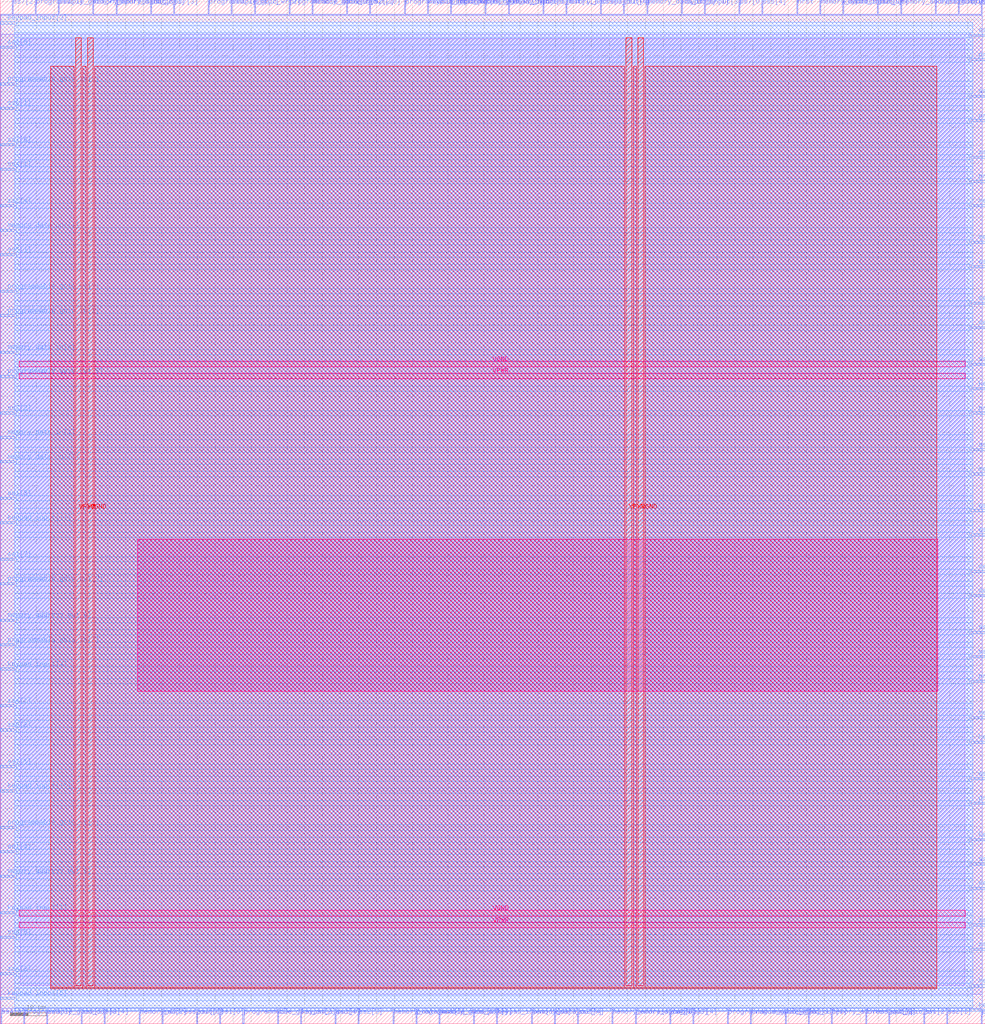
<source format=lef>
VERSION 5.7 ;
  NOWIREEXTENSIONATPIN ON ;
  DIVIDERCHAR "/" ;
  BUSBITCHARS "[]" ;
MACRO z23
  CLASS BLOCK ;
  FOREIGN z23 ;
  ORIGIN 0.000 0.000 ;
  SIZE 274.885 BY 285.605 ;
  PIN VGND
    DIRECTION INOUT ;
    USE GROUND ;
    PORT
      LAYER met4 ;
        RECT 24.340 10.640 25.940 274.960 ;
    END
    PORT
      LAYER met4 ;
        RECT 177.940 10.640 179.540 274.960 ;
    END
    PORT
      LAYER met5 ;
        RECT 5.280 30.030 269.340 31.630 ;
    END
    PORT
      LAYER met5 ;
        RECT 5.280 183.210 269.340 184.810 ;
    END
  END VGND
  PIN VPWR
    DIRECTION INOUT ;
    USE POWER ;
    PORT
      LAYER met4 ;
        RECT 21.040 10.640 22.640 274.960 ;
    END
    PORT
      LAYER met4 ;
        RECT 174.640 10.640 176.240 274.960 ;
    END
    PORT
      LAYER met5 ;
        RECT 5.280 26.730 269.340 28.330 ;
    END
    PORT
      LAYER met5 ;
        RECT 5.280 179.910 269.340 181.510 ;
    END
  END VPWR
  PIN clk
    DIRECTION INPUT ;
    USE SIGNAL ;
    ANTENNAGATEAREA 0.852000 ;
    ANTENNADIFFAREA 0.434700 ;
    PORT
      LAYER met2 ;
        RECT 77.370 0.000 77.650 4.000 ;
    END
  END clk
  PIN interrupt_gpio_in
    DIRECTION INPUT ;
    USE SIGNAL ;
    ANTENNAGATEAREA 0.213000 ;
    PORT
      LAYER met2 ;
        RECT 241.590 0.000 241.870 4.000 ;
    END
  END interrupt_gpio_in
  PIN keypad_input[0]
    DIRECTION INPUT ;
    USE SIGNAL ;
    ANTENNAGATEAREA 0.213000 ;
    PORT
      LAYER met2 ;
        RECT 83.810 0.000 84.090 4.000 ;
    END
  END keypad_input[0]
  PIN keypad_input[10]
    DIRECTION INPUT ;
    USE SIGNAL ;
    ANTENNAGATEAREA 0.213000 ;
    PORT
      LAYER met3 ;
        RECT 270.885 3.440 274.885 4.040 ;
    END
  END keypad_input[10]
  PIN keypad_input[11]
    DIRECTION INPUT ;
    USE SIGNAL ;
    ANTENNAGATEAREA 0.213000 ;
    PORT
      LAYER met3 ;
        RECT 0.000 139.440 4.000 140.040 ;
    END
  END keypad_input[11]
  PIN keypad_input[12]
    DIRECTION INPUT ;
    USE SIGNAL ;
    ANTENNAGATEAREA 0.213000 ;
    PORT
      LAYER met2 ;
        RECT 260.910 281.605 261.190 285.605 ;
    END
  END keypad_input[12]
  PIN keypad_input[13]
    DIRECTION INPUT ;
    USE SIGNAL ;
    ANTENNAGATEAREA 0.159000 ;
    PORT
      LAYER met2 ;
        RECT 138.550 0.000 138.830 4.000 ;
    END
  END keypad_input[13]
  PIN keypad_input[14]
    DIRECTION INPUT ;
    USE SIGNAL ;
    ANTENNAGATEAREA 0.159000 ;
    PORT
      LAYER met3 ;
        RECT 270.885 78.240 274.885 78.840 ;
    END
  END keypad_input[14]
  PIN keypad_input[15]
    DIRECTION INPUT ;
    USE SIGNAL ;
    ANTENNAGATEAREA 0.159000 ;
    PORT
      LAYER met3 ;
        RECT 0.000 64.640 4.000 65.240 ;
    END
  END keypad_input[15]
  PIN keypad_input[1]
    DIRECTION INPUT ;
    USE SIGNAL ;
    ANTENNAGATEAREA 0.213000 ;
    PORT
      LAYER met3 ;
        RECT 0.000 30.640 4.000 31.240 ;
    END
  END keypad_input[1]
  PIN keypad_input[2]
    DIRECTION INPUT ;
    USE SIGNAL ;
    ANTENNAGATEAREA 0.213000 ;
    PORT
      LAYER met3 ;
        RECT 0.000 278.840 4.000 279.440 ;
    END
  END keypad_input[2]
  PIN keypad_input[3]
    DIRECTION INPUT ;
    USE SIGNAL ;
    ANTENNAGATEAREA 0.159000 ;
    PORT
      LAYER met2 ;
        RECT 190.070 281.605 190.350 285.605 ;
    END
  END keypad_input[3]
  PIN keypad_input[4]
    DIRECTION INPUT ;
    USE SIGNAL ;
    ANTENNAGATEAREA 0.126000 ;
    PORT
      LAYER met3 ;
        RECT 0.000 98.640 4.000 99.240 ;
    END
  END keypad_input[4]
  PIN keypad_input[5]
    DIRECTION INPUT ;
    USE SIGNAL ;
    ANTENNAGATEAREA 0.213000 ;
    PORT
      LAYER met3 ;
        RECT 0.000 6.840 4.000 7.440 ;
    END
  END keypad_input[5]
  PIN keypad_input[6]
    DIRECTION INPUT ;
    USE SIGNAL ;
    ANTENNAGATEAREA 0.213000 ;
    PORT
      LAYER met2 ;
        RECT 119.230 281.605 119.510 285.605 ;
    END
  END keypad_input[6]
  PIN keypad_input[7]
    DIRECTION INPUT ;
    USE SIGNAL ;
    ANTENNAGATEAREA 0.159000 ;
    PORT
      LAYER met3 ;
        RECT 270.885 51.040 274.885 51.640 ;
    END
  END keypad_input[7]
  PIN keypad_input[8]
    DIRECTION INPUT ;
    USE SIGNAL ;
    ANTENNAGATEAREA 0.159000 ;
    PORT
      LAYER met3 ;
        RECT 270.885 176.840 274.885 177.440 ;
    END
  END keypad_input[8]
  PIN keypad_input[9]
    DIRECTION INPUT ;
    USE SIGNAL ;
    ANTENNAGATEAREA 0.159000 ;
    PORT
      LAYER met2 ;
        RECT 235.150 281.605 235.430 285.605 ;
    END
  END keypad_input[9]
  PIN memory_address_out[0]
    DIRECTION OUTPUT TRISTATE ;
    USE SIGNAL ;
    ANTENNADIFFAREA 0.795200 ;
    PORT
      LAYER met2 ;
        RECT 267.350 281.605 267.630 285.605 ;
    END
  END memory_address_out[0]
  PIN memory_address_out[10]
    DIRECTION OUTPUT TRISTATE ;
    USE SIGNAL ;
    ANTENNADIFFAREA 0.795200 ;
    PORT
      LAYER met2 ;
        RECT 87.030 281.605 87.310 285.605 ;
    END
  END memory_address_out[10]
  PIN memory_address_out[11]
    DIRECTION OUTPUT TRISTATE ;
    USE SIGNAL ;
    ANTENNADIFFAREA 0.445500 ;
    PORT
      LAYER met2 ;
        RECT 141.770 281.605 142.050 285.605 ;
    END
  END memory_address_out[11]
  PIN memory_address_out[12]
    DIRECTION OUTPUT TRISTATE ;
    USE SIGNAL ;
    ANTENNADIFFAREA 0.445500 ;
    PORT
      LAYER met3 ;
        RECT 270.885 200.640 274.885 201.240 ;
    END
  END memory_address_out[12]
  PIN memory_address_out[13]
    DIRECTION OUTPUT TRISTATE ;
    USE SIGNAL ;
    ANTENNADIFFAREA 0.445500 ;
    PORT
      LAYER met2 ;
        RECT 251.250 281.605 251.530 285.605 ;
    END
  END memory_address_out[13]
  PIN memory_address_out[14]
    DIRECTION OUTPUT TRISTATE ;
    USE SIGNAL ;
    ANTENNADIFFAREA 0.445500 ;
    PORT
      LAYER met3 ;
        RECT 270.885 37.440 274.885 38.040 ;
    END
  END memory_address_out[14]
  PIN memory_address_out[15]
    DIRECTION OUTPUT TRISTATE ;
    USE SIGNAL ;
    ANTENNADIFFAREA 0.795200 ;
    PORT
      LAYER met2 ;
        RECT 228.710 281.605 228.990 285.605 ;
    END
  END memory_address_out[15]
  PIN memory_address_out[1]
    DIRECTION OUTPUT TRISTATE ;
    USE SIGNAL ;
    ANTENNADIFFAREA 0.795200 ;
    PORT
      LAYER met2 ;
        RECT 38.730 0.000 39.010 4.000 ;
    END
  END memory_address_out[1]
  PIN memory_address_out[2]
    DIRECTION OUTPUT TRISTATE ;
    USE SIGNAL ;
    ANTENNADIFFAREA 0.445500 ;
    PORT
      LAYER met3 ;
        RECT 270.885 217.640 274.885 218.240 ;
    END
  END memory_address_out[2]
  PIN memory_address_out[3]
    DIRECTION OUTPUT TRISTATE ;
    USE SIGNAL ;
    ANTENNADIFFAREA 0.795200 ;
    PORT
      LAYER met2 ;
        RECT 25.850 281.605 26.130 285.605 ;
    END
  END memory_address_out[3]
  PIN memory_address_out[4]
    DIRECTION OUTPUT TRISTATE ;
    USE SIGNAL ;
    ANTENNADIFFAREA 0.795200 ;
    PORT
      LAYER met2 ;
        RECT 157.870 281.605 158.150 285.605 ;
    END
  END memory_address_out[4]
  PIN memory_address_out[5]
    DIRECTION OUTPUT TRISTATE ;
    USE SIGNAL ;
    ANTENNADIFFAREA 0.795200 ;
    PORT
      LAYER met3 ;
        RECT 0.000 40.840 4.000 41.440 ;
    END
  END memory_address_out[5]
  PIN memory_address_out[6]
    DIRECTION OUTPUT TRISTATE ;
    USE SIGNAL ;
    ANTENNADIFFAREA 0.795200 ;
    PORT
      LAYER met2 ;
        RECT 170.750 0.000 171.030 4.000 ;
    END
  END memory_address_out[6]
  PIN memory_address_out[7]
    DIRECTION OUTPUT TRISTATE ;
    USE SIGNAL ;
    ANTENNADIFFAREA 0.445500 ;
    PORT
      LAYER met3 ;
        RECT 270.885 85.040 274.885 85.640 ;
    END
  END memory_address_out[7]
  PIN memory_address_out[8]
    DIRECTION OUTPUT TRISTATE ;
    USE SIGNAL ;
    ANTENNADIFFAREA 0.795200 ;
    PORT
      LAYER met3 ;
        RECT 0.000 112.240 4.000 112.840 ;
    END
  END memory_address_out[8]
  PIN memory_address_out[9]
    DIRECTION OUTPUT TRISTATE ;
    USE SIGNAL ;
    ANTENNADIFFAREA 0.795200 ;
    PORT
      LAYER met2 ;
        RECT 231.930 0.000 232.210 4.000 ;
    END
  END memory_address_out[9]
  PIN memory_data_in[0]
    DIRECTION INPUT ;
    USE SIGNAL ;
    ANTENNAGATEAREA 0.213000 ;
    PORT
      LAYER met3 ;
        RECT 270.885 125.840 274.885 126.440 ;
    END
  END memory_data_in[0]
  PIN memory_data_in[1]
    DIRECTION INPUT ;
    USE SIGNAL ;
    ANTENNAGATEAREA 0.126000 ;
    PORT
      LAYER met3 ;
        RECT 0.000 163.240 4.000 163.840 ;
    END
  END memory_data_in[1]
  PIN memory_data_in[2]
    DIRECTION INPUT ;
    USE SIGNAL ;
    ANTENNAGATEAREA 0.159000 ;
    PORT
      LAYER met2 ;
        RECT 122.450 0.000 122.730 4.000 ;
    END
  END memory_data_in[2]
  PIN memory_data_in[3]
    DIRECTION INPUT ;
    USE SIGNAL ;
    ANTENNAGATEAREA 0.126000 ;
    PORT
      LAYER met2 ;
        RECT 32.290 281.605 32.570 285.605 ;
    END
  END memory_data_in[3]
  PIN memory_data_in[4]
    DIRECTION INPUT ;
    USE SIGNAL ;
    ANTENNAGATEAREA 0.126000 ;
    PORT
      LAYER met3 ;
        RECT 0.000 187.040 4.000 187.640 ;
    END
  END memory_data_in[4]
  PIN memory_data_in[5]
    DIRECTION INPUT ;
    USE SIGNAL ;
    ANTENNAGATEAREA 0.196500 ;
    PORT
      LAYER met2 ;
        RECT 180.410 281.605 180.690 285.605 ;
    END
  END memory_data_in[5]
  PIN memory_data_in[6]
    DIRECTION INPUT ;
    USE SIGNAL ;
    ANTENNAGATEAREA 0.196500 ;
    PORT
      LAYER met2 ;
        RECT 135.330 281.605 135.610 285.605 ;
    END
  END memory_data_in[6]
  PIN memory_data_in[7]
    DIRECTION INPUT ;
    USE SIGNAL ;
    ANTENNAGATEAREA 0.213000 ;
    PORT
      LAYER met3 ;
        RECT 270.885 193.840 274.885 194.440 ;
    END
  END memory_data_in[7]
  PIN memory_data_out[0]
    DIRECTION OUTPUT TRISTATE ;
    USE SIGNAL ;
    ANTENNADIFFAREA 0.795200 ;
    PORT
      LAYER met3 ;
        RECT 270.885 227.840 274.885 228.440 ;
    END
  END memory_data_out[0]
  PIN memory_data_out[1]
    DIRECTION OUTPUT TRISTATE ;
    USE SIGNAL ;
    ANTENNADIFFAREA 0.795200 ;
    PORT
      LAYER met3 ;
        RECT 0.000 221.040 4.000 221.640 ;
    END
  END memory_data_out[1]
  PIN memory_data_out[2]
    DIRECTION OUTPUT TRISTATE ;
    USE SIGNAL ;
    ANTENNADIFFAREA 0.445500 ;
    PORT
      LAYER met3 ;
        RECT 270.885 119.040 274.885 119.640 ;
    END
  END memory_data_out[2]
  PIN memory_data_out[3]
    DIRECTION OUTPUT TRISTATE ;
    USE SIGNAL ;
    ANTENNADIFFAREA 0.795200 ;
    PORT
      LAYER met2 ;
        RECT 177.190 0.000 177.470 4.000 ;
    END
  END memory_data_out[3]
  PIN memory_data_out[4]
    DIRECTION OUTPUT TRISTATE ;
    USE SIGNAL ;
    ANTENNADIFFAREA 0.795200 ;
    PORT
      LAYER met2 ;
        RECT 148.210 0.000 148.490 4.000 ;
    END
  END memory_data_out[4]
  PIN memory_data_out[5]
    DIRECTION OUTPUT TRISTATE ;
    USE SIGNAL ;
    ANTENNADIFFAREA 0.795200 ;
    PORT
      LAYER met2 ;
        RECT 109.570 0.000 109.850 4.000 ;
    END
  END memory_data_out[5]
  PIN memory_data_out[6]
    DIRECTION OUTPUT TRISTATE ;
    USE SIGNAL ;
    ANTENNADIFFAREA 0.445500 ;
    PORT
      LAYER met3 ;
        RECT 270.885 10.240 274.885 10.840 ;
    END
  END memory_data_out[6]
  PIN memory_data_out[7]
    DIRECTION OUTPUT TRISTATE ;
    USE SIGNAL ;
    ANTENNADIFFAREA 0.795200 ;
    PORT
      LAYER met3 ;
        RECT 0.000 156.440 4.000 157.040 ;
    END
  END memory_data_out[7]
  PIN memory_wr
    DIRECTION OUTPUT TRISTATE ;
    USE SIGNAL ;
    ANTENNADIFFAREA 0.445500 ;
    PORT
      LAYER met3 ;
        RECT 270.885 153.040 274.885 153.640 ;
    END
  END memory_wr
  PIN nrst
    DIRECTION INPUT ;
    USE SIGNAL ;
    ANTENNAGATEAREA 0.213000 ;
    PORT
      LAYER met2 ;
        RECT 222.270 281.605 222.550 285.605 ;
    END
  END nrst
  PIN programmable_gpio_in[0]
    DIRECTION INPUT ;
    USE SIGNAL ;
    ANTENNAGATEAREA 0.213000 ;
    PORT
      LAYER met3 ;
        RECT 0.000 261.840 4.000 262.440 ;
    END
  END programmable_gpio_in[0]
  PIN programmable_gpio_in[1]
    DIRECTION INPUT ;
    USE SIGNAL ;
    ANTENNAGATEAREA 0.196500 ;
    PORT
      LAYER met3 ;
        RECT 0.000 197.240 4.000 197.840 ;
    END
  END programmable_gpio_in[1]
  PIN programmable_gpio_in[2]
    DIRECTION INPUT ;
    USE SIGNAL ;
    ANTENNAGATEAREA 0.213000 ;
    PORT
      LAYER met2 ;
        RECT 67.710 0.000 67.990 4.000 ;
    END
  END programmable_gpio_in[2]
  PIN programmable_gpio_in[3]
    DIRECTION INPUT ;
    USE SIGNAL ;
    ANTENNAGATEAREA 0.159000 ;
    PORT
      LAYER met3 ;
        RECT 270.885 251.640 274.885 252.240 ;
    END
  END programmable_gpio_in[3]
  PIN programmable_gpio_in[4]
    DIRECTION INPUT ;
    USE SIGNAL ;
    ANTENNAGATEAREA 0.159000 ;
    PORT
      LAYER met3 ;
        RECT 270.885 95.240 274.885 95.840 ;
    END
  END programmable_gpio_in[4]
  PIN programmable_gpio_in[5]
    DIRECTION INPUT ;
    USE SIGNAL ;
    ANTENNAGATEAREA 0.126000 ;
    PORT
      LAYER met2 ;
        RECT 80.590 281.605 80.870 285.605 ;
    END
  END programmable_gpio_in[5]
  PIN programmable_gpio_in[6]
    DIRECTION INPUT ;
    USE SIGNAL ;
    ANTENNAGATEAREA 0.213000 ;
    PORT
      LAYER met2 ;
        RECT 273.790 0.000 274.070 4.000 ;
    END
  END programmable_gpio_in[6]
  PIN programmable_gpio_in[7]
    DIRECTION INPUT ;
    USE SIGNAL ;
    ANTENNAGATEAREA 0.126000 ;
    PORT
      LAYER met3 ;
        RECT 0.000 105.440 4.000 106.040 ;
    END
  END programmable_gpio_in[7]
  PIN programmable_gpio_out[0]
    DIRECTION OUTPUT TRISTATE ;
    USE SIGNAL ;
    ANTENNADIFFAREA 0.445500 ;
    PORT
      LAYER met2 ;
        RECT 112.790 281.605 113.070 285.605 ;
    END
  END programmable_gpio_out[0]
  PIN programmable_gpio_out[1]
    DIRECTION OUTPUT TRISTATE ;
    USE SIGNAL ;
    ANTENNADIFFAREA 0.795200 ;
    PORT
      LAYER met2 ;
        RECT 209.390 0.000 209.670 4.000 ;
    END
  END programmable_gpio_out[1]
  PIN programmable_gpio_out[2]
    DIRECTION OUTPUT TRISTATE ;
    USE SIGNAL ;
    ANTENNADIFFAREA 0.795200 ;
    PORT
      LAYER met3 ;
        RECT 270.885 234.640 274.885 235.240 ;
    END
  END programmable_gpio_out[2]
  PIN programmable_gpio_out[3]
    DIRECTION OUTPUT TRISTATE ;
    USE SIGNAL ;
    ANTENNADIFFAREA 0.445500 ;
    PORT
      LAYER met3 ;
        RECT 270.885 61.240 274.885 61.840 ;
    END
  END programmable_gpio_out[3]
  PIN programmable_gpio_out[4]
    DIRECTION OUTPUT TRISTATE ;
    USE SIGNAL ;
    ANTENNADIFFAREA 0.795200 ;
    PORT
      LAYER met2 ;
        RECT 116.010 0.000 116.290 4.000 ;
    END
  END programmable_gpio_out[4]
  PIN programmable_gpio_out[5]
    DIRECTION OUTPUT TRISTATE ;
    USE SIGNAL ;
    ANTENNADIFFAREA 0.795200 ;
    PORT
      LAYER met3 ;
        RECT 0.000 180.240 4.000 180.840 ;
    END
  END programmable_gpio_out[5]
  PIN programmable_gpio_out[6]
    DIRECTION OUTPUT TRISTATE ;
    USE SIGNAL ;
    ANTENNADIFFAREA 0.795200 ;
    PORT
      LAYER met2 ;
        RECT 6.530 0.000 6.810 4.000 ;
    END
  END programmable_gpio_out[6]
  PIN programmable_gpio_out[7]
    DIRECTION OUTPUT TRISTATE ;
    USE SIGNAL ;
    ANTENNADIFFAREA 0.795200 ;
    PORT
      LAYER met3 ;
        RECT 0.000 122.440 4.000 123.040 ;
    END
  END programmable_gpio_out[7]
  PIN programmable_gpio_wr[0]
    DIRECTION OUTPUT TRISTATE ;
    USE SIGNAL ;
    ANTENNADIFFAREA 0.795200 ;
    PORT
      LAYER met2 ;
        RECT 202.950 0.000 203.230 4.000 ;
    END
  END programmable_gpio_wr[0]
  PIN programmable_gpio_wr[1]
    DIRECTION OUTPUT TRISTATE ;
    USE SIGNAL ;
    ANTENNADIFFAREA 0.795200 ;
    PORT
      LAYER met3 ;
        RECT 270.885 170.040 274.885 170.640 ;
    END
  END programmable_gpio_wr[1]
  PIN programmable_gpio_wr[2]
    DIRECTION OUTPUT TRISTATE ;
    USE SIGNAL ;
    ANTENNADIFFAREA 0.445500 ;
    PORT
      LAYER met2 ;
        RECT 58.050 281.605 58.330 285.605 ;
    END
  END programmable_gpio_wr[2]
  PIN programmable_gpio_wr[3]
    DIRECTION OUTPUT TRISTATE ;
    USE SIGNAL ;
    ANTENNADIFFAREA 0.795200 ;
    PORT
      LAYER met3 ;
        RECT 0.000 54.440 4.000 55.040 ;
    END
  END programmable_gpio_wr[3]
  PIN programmable_gpio_wr[4]
    DIRECTION OUTPUT TRISTATE ;
    USE SIGNAL ;
    ANTENNADIFFAREA 0.445500 ;
    PORT
      LAYER met3 ;
        RECT 270.885 268.640 274.885 269.240 ;
    END
  END programmable_gpio_wr[4]
  PIN programmable_gpio_wr[5]
    DIRECTION OUTPUT TRISTATE ;
    USE SIGNAL ;
    ANTENNADIFFAREA 0.445500 ;
    PORT
      LAYER met2 ;
        RECT 125.670 281.605 125.950 285.605 ;
    END
  END programmable_gpio_wr[5]
  PIN programmable_gpio_wr[6]
    DIRECTION OUTPUT TRISTATE ;
    USE SIGNAL ;
    ANTENNADIFFAREA 0.445500 ;
    PORT
      LAYER met2 ;
        RECT 9.750 281.605 10.030 285.605 ;
    END
  END programmable_gpio_wr[6]
  PIN programmable_gpio_wr[7]
    DIRECTION OUTPUT TRISTATE ;
    USE SIGNAL ;
    ANTENNADIFFAREA 0.795200 ;
    PORT
      LAYER met3 ;
        RECT 0.000 204.040 4.000 204.640 ;
    END
  END programmable_gpio_wr[7]
  PIN ss0[0]
    DIRECTION OUTPUT TRISTATE ;
    USE SIGNAL ;
    ANTENNADIFFAREA 0.795200 ;
    PORT
      LAYER met2 ;
        RECT 96.690 281.605 96.970 285.605 ;
    END
  END ss0[0]
  PIN ss0[1]
    DIRECTION OUTPUT TRISTATE ;
    USE SIGNAL ;
    ANTENNADIFFAREA 0.795200 ;
    PORT
      LAYER met2 ;
        RECT 64.490 281.605 64.770 285.605 ;
    END
  END ss0[1]
  PIN ss0[2]
    DIRECTION OUTPUT TRISTATE ;
    USE SIGNAL ;
    ANTENNADIFFAREA 0.795200 ;
    PORT
      LAYER met2 ;
        RECT 41.950 281.605 42.230 285.605 ;
    END
  END ss0[2]
  PIN ss0[3]
    DIRECTION OUTPUT TRISTATE ;
    USE SIGNAL ;
    ANTENNADIFFAREA 0.795200 ;
    PORT
      LAYER met3 ;
        RECT 270.885 102.040 274.885 102.640 ;
    END
  END ss0[3]
  PIN ss0[4]
    DIRECTION OUTPUT TRISTATE ;
    USE SIGNAL ;
    ANTENNADIFFAREA 0.795200 ;
    PORT
      LAYER met3 ;
        RECT 270.885 275.440 274.885 276.040 ;
    END
  END ss0[4]
  PIN ss0[5]
    DIRECTION OUTPUT TRISTATE ;
    USE SIGNAL ;
    ANTENNADIFFAREA 0.795200 ;
    PORT
      LAYER met2 ;
        RECT 22.630 0.000 22.910 4.000 ;
    END
  END ss0[5]
  PIN ss0[6]
    DIRECTION OUTPUT TRISTATE ;
    USE SIGNAL ;
    ANTENNADIFFAREA 0.795200 ;
    PORT
      LAYER met3 ;
        RECT 270.885 20.440 274.885 21.040 ;
    END
  END ss0[6]
  PIN ss0[7]
    DIRECTION OUTPUT TRISTATE ;
    USE SIGNAL ;
    ANTENNADIFFAREA 0.445500 ;
    PORT
      LAYER met3 ;
        RECT 270.885 108.840 274.885 109.440 ;
    END
  END ss0[7]
  PIN ss1[0]
    DIRECTION OUTPUT TRISTATE ;
    USE SIGNAL ;
    ANTENNADIFFAREA 0.445500 ;
    PORT
      LAYER met2 ;
        RECT 173.970 281.605 174.250 285.605 ;
    END
  END ss1[0]
  PIN ss1[1]
    DIRECTION OUTPUT TRISTATE ;
    USE SIGNAL ;
    ANTENNADIFFAREA 0.795200 ;
    PORT
      LAYER met2 ;
        RECT 16.190 281.605 16.470 285.605 ;
    END
  END ss1[1]
  PIN ss1[2]
    DIRECTION OUTPUT TRISTATE ;
    USE SIGNAL ;
    ANTENNADIFFAREA 0.795200 ;
    PORT
      LAYER met2 ;
        RECT 257.690 0.000 257.970 4.000 ;
    END
  END ss1[2]
  PIN ss1[3]
    DIRECTION OUTPUT TRISTATE ;
    USE SIGNAL ;
    ANTENNADIFFAREA 0.795200 ;
    PORT
      LAYER met3 ;
        RECT 0.000 146.240 4.000 146.840 ;
    END
  END ss1[3]
  PIN ss1[4]
    DIRECTION OUTPUT TRISTATE ;
    USE SIGNAL ;
    ANTENNADIFFAREA 0.795200 ;
    PORT
      LAYER met3 ;
        RECT 0.000 47.640 4.000 48.240 ;
    END
  END ss1[4]
  PIN ss1[5]
    DIRECTION OUTPUT TRISTATE ;
    USE SIGNAL ;
    ANTENNADIFFAREA 0.795200 ;
    PORT
      LAYER met2 ;
        RECT 273.790 281.605 274.070 285.605 ;
    END
  END ss1[5]
  PIN ss1[6]
    DIRECTION OUTPUT TRISTATE ;
    USE SIGNAL ;
    ANTENNADIFFAREA 0.795200 ;
    PORT
      LAYER met2 ;
        RECT 61.270 0.000 61.550 4.000 ;
    END
  END ss1[6]
  PIN ss1[7]
    DIRECTION OUTPUT TRISTATE ;
    USE SIGNAL ;
    ANTENNADIFFAREA 0.795200 ;
    PORT
      LAYER met3 ;
        RECT 0.000 129.240 4.000 129.840 ;
    END
  END ss1[7]
  PIN ss2[0]
    DIRECTION OUTPUT TRISTATE ;
    USE SIGNAL ;
    ANTENNADIFFAREA 0.795200 ;
    PORT
      LAYER met2 ;
        RECT 161.090 0.000 161.370 4.000 ;
    END
  END ss2[0]
  PIN ss2[1]
    DIRECTION OUTPUT TRISTATE ;
    USE SIGNAL ;
    ANTENNADIFFAREA 0.795200 ;
    PORT
      LAYER met2 ;
        RECT 264.130 0.000 264.410 4.000 ;
    END
  END ss2[1]
  PIN ss2[2]
    DIRECTION OUTPUT TRISTATE ;
    USE SIGNAL ;
    ANTENNADIFFAREA 0.795200 ;
    PORT
      LAYER met2 ;
        RECT 103.130 281.605 103.410 285.605 ;
    END
  END ss2[2]
  PIN ss2[3]
    DIRECTION OUTPUT TRISTATE ;
    USE SIGNAL ;
    ANTENNADIFFAREA 0.795200 ;
    PORT
      LAYER met2 ;
        RECT 219.050 0.000 219.330 4.000 ;
    END
  END ss2[3]
  PIN ss2[4]
    DIRECTION OUTPUT TRISTATE ;
    USE SIGNAL ;
    ANTENNADIFFAREA 0.795200 ;
    PORT
      LAYER met2 ;
        RECT 29.070 0.000 29.350 4.000 ;
    END
  END ss2[4]
  PIN ss2[5]
    DIRECTION OUTPUT TRISTATE ;
    USE SIGNAL ;
    ANTENNADIFFAREA 0.795200 ;
    PORT
      LAYER met2 ;
        RECT 99.910 0.000 100.190 4.000 ;
    END
  END ss2[5]
  PIN ss2[6]
    DIRECTION OUTPUT TRISTATE ;
    USE SIGNAL ;
    ANTENNADIFFAREA 0.795200 ;
    PORT
      LAYER met3 ;
        RECT 270.885 27.240 274.885 27.840 ;
    END
  END ss2[6]
  PIN ss2[7]
    DIRECTION OUTPUT TRISTATE ;
    USE SIGNAL ;
    ANTENNADIFFAREA 0.445500 ;
    PORT
      LAYER met3 ;
        RECT 270.885 210.840 274.885 211.440 ;
    END
  END ss2[7]
  PIN ss3[0]
    DIRECTION OUTPUT TRISTATE ;
    USE SIGNAL ;
    ANTENNADIFFAREA 0.445500 ;
    PORT
      LAYER met3 ;
        RECT 270.885 142.840 274.885 143.440 ;
    END
  END ss3[0]
  PIN ss3[1]
    DIRECTION OUTPUT TRISTATE ;
    USE SIGNAL ;
    ANTENNADIFFAREA 0.795200 ;
    PORT
      LAYER met2 ;
        RECT 225.490 0.000 225.770 4.000 ;
    END
  END ss3[1]
  PIN ss3[2]
    DIRECTION OUTPUT TRISTATE ;
    USE SIGNAL ;
    ANTENNADIFFAREA 0.795200 ;
    PORT
      LAYER met3 ;
        RECT 0.000 170.040 4.000 170.640 ;
    END
  END ss3[2]
  PIN ss3[3]
    DIRECTION OUTPUT TRISTATE ;
    USE SIGNAL ;
    ANTENNADIFFAREA 0.445500 ;
    PORT
      LAYER met3 ;
        RECT 270.885 68.040 274.885 68.640 ;
    END
  END ss3[3]
  PIN ss3[4]
    DIRECTION OUTPUT TRISTATE ;
    USE SIGNAL ;
    ANTENNADIFFAREA 0.795200 ;
    PORT
      LAYER met3 ;
        RECT 0.000 227.840 4.000 228.440 ;
    END
  END ss3[4]
  PIN ss3[5]
    DIRECTION OUTPUT TRISTATE ;
    USE SIGNAL ;
    ANTENNADIFFAREA 0.445500 ;
    PORT
      LAYER met3 ;
        RECT 270.885 159.840 274.885 160.440 ;
    END
  END ss3[5]
  PIN ss3[6]
    DIRECTION OUTPUT TRISTATE ;
    USE SIGNAL ;
    ANTENNADIFFAREA 0.445500 ;
    PORT
      LAYER met3 ;
        RECT 270.885 241.440 274.885 242.040 ;
    END
  END ss3[6]
  PIN ss3[7]
    DIRECTION OUTPUT TRISTATE ;
    USE SIGNAL ;
    ANTENNADIFFAREA 0.795200 ;
    PORT
      LAYER met2 ;
        RECT 248.030 0.000 248.310 4.000 ;
    END
  END ss3[7]
  PIN ss4[0]
    DIRECTION OUTPUT TRISTATE ;
    USE SIGNAL ;
    ANTENNADIFFAREA 0.445500 ;
    PORT
      LAYER met3 ;
        RECT 270.885 258.440 274.885 259.040 ;
    END
  END ss4[0]
  PIN ss4[1]
    DIRECTION OUTPUT TRISTATE ;
    USE SIGNAL ;
    ANTENNADIFFAREA 0.795200 ;
    PORT
      LAYER met3 ;
        RECT 0.000 238.040 4.000 238.640 ;
    END
  END ss4[1]
  PIN ss4[2]
    DIRECTION OUTPUT TRISTATE ;
    USE SIGNAL ;
    ANTENNADIFFAREA 0.795200 ;
    PORT
      LAYER met3 ;
        RECT 0.000 13.640 4.000 14.240 ;
    END
  END ss4[2]
  PIN ss4[3]
    DIRECTION OUTPUT TRISTATE ;
    USE SIGNAL ;
    ANTENNADIFFAREA 0.795200 ;
    PORT
      LAYER met3 ;
        RECT 0.000 88.440 4.000 89.040 ;
    END
  END ss4[3]
  PIN ss4[4]
    DIRECTION OUTPUT TRISTATE ;
    USE SIGNAL ;
    ANTENNADIFFAREA 0.795200 ;
    PORT
      LAYER met2 ;
        RECT 0.090 0.000 0.370 4.000 ;
    END
  END ss4[4]
  PIN ss4[5]
    DIRECTION OUTPUT TRISTATE ;
    USE SIGNAL ;
    ANTENNADIFFAREA 0.795200 ;
    PORT
      LAYER met2 ;
        RECT 186.850 0.000 187.130 4.000 ;
    END
  END ss4[5]
  PIN ss4[6]
    DIRECTION OUTPUT TRISTATE ;
    USE SIGNAL ;
    ANTENNADIFFAREA 0.795200 ;
    PORT
      LAYER met3 ;
        RECT 0.000 272.040 4.000 272.640 ;
    END
  END ss4[6]
  PIN ss4[7]
    DIRECTION OUTPUT TRISTATE ;
    USE SIGNAL ;
    ANTENNADIFFAREA 0.445500 ;
    PORT
      LAYER met2 ;
        RECT 70.930 281.605 71.210 285.605 ;
    END
  END ss4[7]
  PIN ss5[0]
    DIRECTION OUTPUT TRISTATE ;
    USE SIGNAL ;
    ANTENNADIFFAREA 0.795200 ;
    PORT
      LAYER met2 ;
        RECT 167.530 281.605 167.810 285.605 ;
    END
  END ss5[0]
  PIN ss5[1]
    DIRECTION OUTPUT TRISTATE ;
    USE SIGNAL ;
    ANTENNADIFFAREA 0.795200 ;
    PORT
      LAYER met3 ;
        RECT 0.000 214.240 4.000 214.840 ;
    END
  END ss5[1]
  PIN ss5[2]
    DIRECTION OUTPUT TRISTATE ;
    USE SIGNAL ;
    ANTENNADIFFAREA 0.795200 ;
    PORT
      LAYER met2 ;
        RECT 45.170 0.000 45.450 4.000 ;
    END
  END ss5[2]
  PIN ss5[3]
    DIRECTION OUTPUT TRISTATE ;
    USE SIGNAL ;
    ANTENNADIFFAREA 0.795200 ;
    PORT
      LAYER met2 ;
        RECT 12.970 0.000 13.250 4.000 ;
    END
  END ss5[3]
  PIN ss5[4]
    DIRECTION OUTPUT TRISTATE ;
    USE SIGNAL ;
    ANTENNADIFFAREA 0.795200 ;
    PORT
      LAYER met2 ;
        RECT 212.610 281.605 212.890 285.605 ;
    END
  END ss5[4]
  PIN ss5[5]
    DIRECTION OUTPUT TRISTATE ;
    USE SIGNAL ;
    ANTENNADIFFAREA 0.795200 ;
    PORT
      LAYER met2 ;
        RECT 151.430 281.605 151.710 285.605 ;
    END
  END ss5[5]
  PIN ss5[6]
    DIRECTION OUTPUT TRISTATE ;
    USE SIGNAL ;
    ANTENNADIFFAREA 0.795200 ;
    PORT
      LAYER met2 ;
        RECT 132.110 0.000 132.390 4.000 ;
    END
  END ss5[6]
  PIN ss5[7]
    DIRECTION OUTPUT TRISTATE ;
    USE SIGNAL ;
    ANTENNADIFFAREA 0.445500 ;
    PORT
      LAYER met2 ;
        RECT 244.810 281.605 245.090 285.605 ;
    END
  END ss5[7]
  PIN ss6[0]
    DIRECTION OUTPUT TRISTATE ;
    USE SIGNAL ;
    ANTENNADIFFAREA 0.445500 ;
    PORT
      LAYER met3 ;
        RECT 270.885 44.240 274.885 44.840 ;
    END
  END ss6[0]
  PIN ss6[1]
    DIRECTION OUTPUT TRISTATE ;
    USE SIGNAL ;
    ANTENNADIFFAREA 0.795200 ;
    PORT
      LAYER met3 ;
        RECT 0.000 255.040 4.000 255.640 ;
    END
  END ss6[1]
  PIN ss6[2]
    DIRECTION OUTPUT TRISTATE ;
    USE SIGNAL ;
    ANTENNADIFFAREA 0.795200 ;
    PORT
      LAYER met3 ;
        RECT 0.000 81.640 4.000 82.240 ;
    END
  END ss6[2]
  PIN ss6[3]
    DIRECTION OUTPUT TRISTATE ;
    USE SIGNAL ;
    ANTENNADIFFAREA 0.795200 ;
    PORT
      LAYER met2 ;
        RECT 54.830 0.000 55.110 4.000 ;
    END
  END ss6[3]
  PIN ss6[4]
    DIRECTION OUTPUT TRISTATE ;
    USE SIGNAL ;
    ANTENNADIFFAREA 0.795200 ;
    PORT
      LAYER met2 ;
        RECT 93.470 0.000 93.750 4.000 ;
    END
  END ss6[4]
  PIN ss6[5]
    DIRECTION OUTPUT TRISTATE ;
    USE SIGNAL ;
    ANTENNADIFFAREA 0.795200 ;
    PORT
      LAYER met3 ;
        RECT 0.000 23.840 4.000 24.440 ;
    END
  END ss6[5]
  PIN ss6[6]
    DIRECTION OUTPUT TRISTATE ;
    USE SIGNAL ;
    ANTENNADIFFAREA 0.445500 ;
    PORT
      LAYER met3 ;
        RECT 270.885 183.640 274.885 184.240 ;
    END
  END ss6[6]
  PIN ss6[7]
    DIRECTION OUTPUT TRISTATE ;
    USE SIGNAL ;
    ANTENNADIFFAREA 0.795200 ;
    PORT
      LAYER met2 ;
        RECT 154.650 0.000 154.930 4.000 ;
    END
  END ss6[7]
  PIN ss7[0]
    DIRECTION OUTPUT TRISTATE ;
    USE SIGNAL ;
    ANTENNADIFFAREA 0.795200 ;
    PORT
      LAYER met2 ;
        RECT 206.170 281.605 206.450 285.605 ;
    END
  END ss7[0]
  PIN ss7[1]
    DIRECTION OUTPUT TRISTATE ;
    USE SIGNAL ;
    ANTENNADIFFAREA 0.795200 ;
    PORT
      LAYER met2 ;
        RECT 196.510 281.605 196.790 285.605 ;
    END
  END ss7[1]
  PIN ss7[2]
    DIRECTION OUTPUT TRISTATE ;
    USE SIGNAL ;
    ANTENNADIFFAREA 0.795200 ;
    PORT
      LAYER met2 ;
        RECT 3.310 281.605 3.590 285.605 ;
    END
  END ss7[2]
  PIN ss7[3]
    DIRECTION OUTPUT TRISTATE ;
    USE SIGNAL ;
    ANTENNADIFFAREA 0.795200 ;
    PORT
      LAYER met2 ;
        RECT 48.390 281.605 48.670 285.605 ;
    END
  END ss7[3]
  PIN ss7[4]
    DIRECTION OUTPUT TRISTATE ;
    USE SIGNAL ;
    ANTENNADIFFAREA 0.795200 ;
    PORT
      LAYER met2 ;
        RECT 193.290 0.000 193.570 4.000 ;
    END
  END ss7[4]
  PIN ss7[5]
    DIRECTION OUTPUT TRISTATE ;
    USE SIGNAL ;
    ANTENNADIFFAREA 0.795200 ;
    PORT
      LAYER met3 ;
        RECT 0.000 71.440 4.000 72.040 ;
    END
  END ss7[5]
  PIN ss7[6]
    DIRECTION OUTPUT TRISTATE ;
    USE SIGNAL ;
    ANTENNADIFFAREA 0.795200 ;
    PORT
      LAYER met3 ;
        RECT 0.000 244.840 4.000 245.440 ;
    END
  END ss7[6]
  PIN ss7[7]
    DIRECTION OUTPUT TRISTATE ;
    USE SIGNAL ;
    ANTENNADIFFAREA 0.795200 ;
    PORT
      LAYER met3 ;
        RECT 270.885 136.040 274.885 136.640 ;
    END
  END ss7[7]
  OBS
      LAYER li1 ;
        RECT 5.520 10.795 269.100 274.805 ;
      LAYER met1 ;
        RECT 0.070 8.200 274.090 276.040 ;
      LAYER met2 ;
        RECT 0.100 281.325 3.030 281.605 ;
        RECT 3.870 281.325 9.470 281.605 ;
        RECT 10.310 281.325 15.910 281.605 ;
        RECT 16.750 281.325 25.570 281.605 ;
        RECT 26.410 281.325 32.010 281.605 ;
        RECT 32.850 281.325 41.670 281.605 ;
        RECT 42.510 281.325 48.110 281.605 ;
        RECT 48.950 281.325 57.770 281.605 ;
        RECT 58.610 281.325 64.210 281.605 ;
        RECT 65.050 281.325 70.650 281.605 ;
        RECT 71.490 281.325 80.310 281.605 ;
        RECT 81.150 281.325 86.750 281.605 ;
        RECT 87.590 281.325 96.410 281.605 ;
        RECT 97.250 281.325 102.850 281.605 ;
        RECT 103.690 281.325 112.510 281.605 ;
        RECT 113.350 281.325 118.950 281.605 ;
        RECT 119.790 281.325 125.390 281.605 ;
        RECT 126.230 281.325 135.050 281.605 ;
        RECT 135.890 281.325 141.490 281.605 ;
        RECT 142.330 281.325 151.150 281.605 ;
        RECT 151.990 281.325 157.590 281.605 ;
        RECT 158.430 281.325 167.250 281.605 ;
        RECT 168.090 281.325 173.690 281.605 ;
        RECT 174.530 281.325 180.130 281.605 ;
        RECT 180.970 281.325 189.790 281.605 ;
        RECT 190.630 281.325 196.230 281.605 ;
        RECT 197.070 281.325 205.890 281.605 ;
        RECT 206.730 281.325 212.330 281.605 ;
        RECT 213.170 281.325 221.990 281.605 ;
        RECT 222.830 281.325 228.430 281.605 ;
        RECT 229.270 281.325 234.870 281.605 ;
        RECT 235.710 281.325 244.530 281.605 ;
        RECT 245.370 281.325 250.970 281.605 ;
        RECT 251.810 281.325 260.630 281.605 ;
        RECT 261.470 281.325 267.070 281.605 ;
        RECT 267.910 281.325 273.510 281.605 ;
        RECT 0.100 4.280 274.060 281.325 ;
        RECT 0.650 3.555 6.250 4.280 ;
        RECT 7.090 3.555 12.690 4.280 ;
        RECT 13.530 3.555 22.350 4.280 ;
        RECT 23.190 3.555 28.790 4.280 ;
        RECT 29.630 3.555 38.450 4.280 ;
        RECT 39.290 3.555 44.890 4.280 ;
        RECT 45.730 3.555 54.550 4.280 ;
        RECT 55.390 3.555 60.990 4.280 ;
        RECT 61.830 3.555 67.430 4.280 ;
        RECT 68.270 3.555 77.090 4.280 ;
        RECT 77.930 3.555 83.530 4.280 ;
        RECT 84.370 3.555 93.190 4.280 ;
        RECT 94.030 3.555 99.630 4.280 ;
        RECT 100.470 3.555 109.290 4.280 ;
        RECT 110.130 3.555 115.730 4.280 ;
        RECT 116.570 3.555 122.170 4.280 ;
        RECT 123.010 3.555 131.830 4.280 ;
        RECT 132.670 3.555 138.270 4.280 ;
        RECT 139.110 3.555 147.930 4.280 ;
        RECT 148.770 3.555 154.370 4.280 ;
        RECT 155.210 3.555 160.810 4.280 ;
        RECT 161.650 3.555 170.470 4.280 ;
        RECT 171.310 3.555 176.910 4.280 ;
        RECT 177.750 3.555 186.570 4.280 ;
        RECT 187.410 3.555 193.010 4.280 ;
        RECT 193.850 3.555 202.670 4.280 ;
        RECT 203.510 3.555 209.110 4.280 ;
        RECT 209.950 3.555 218.770 4.280 ;
        RECT 219.610 3.555 225.210 4.280 ;
        RECT 226.050 3.555 231.650 4.280 ;
        RECT 232.490 3.555 241.310 4.280 ;
        RECT 242.150 3.555 247.750 4.280 ;
        RECT 248.590 3.555 257.410 4.280 ;
        RECT 258.250 3.555 263.850 4.280 ;
        RECT 264.690 3.555 273.510 4.280 ;
      LAYER met3 ;
        RECT 4.400 278.440 271.335 279.305 ;
        RECT 3.990 276.440 271.335 278.440 ;
        RECT 3.990 275.040 270.485 276.440 ;
        RECT 3.990 273.040 271.335 275.040 ;
        RECT 4.400 271.640 271.335 273.040 ;
        RECT 3.990 269.640 271.335 271.640 ;
        RECT 3.990 268.240 270.485 269.640 ;
        RECT 3.990 262.840 271.335 268.240 ;
        RECT 4.400 261.440 271.335 262.840 ;
        RECT 3.990 259.440 271.335 261.440 ;
        RECT 3.990 258.040 270.485 259.440 ;
        RECT 3.990 256.040 271.335 258.040 ;
        RECT 4.400 254.640 271.335 256.040 ;
        RECT 3.990 252.640 271.335 254.640 ;
        RECT 3.990 251.240 270.485 252.640 ;
        RECT 3.990 245.840 271.335 251.240 ;
        RECT 4.400 244.440 271.335 245.840 ;
        RECT 3.990 242.440 271.335 244.440 ;
        RECT 3.990 241.040 270.485 242.440 ;
        RECT 3.990 239.040 271.335 241.040 ;
        RECT 4.400 237.640 271.335 239.040 ;
        RECT 3.990 235.640 271.335 237.640 ;
        RECT 3.990 234.240 270.485 235.640 ;
        RECT 3.990 228.840 271.335 234.240 ;
        RECT 4.400 227.440 270.485 228.840 ;
        RECT 3.990 222.040 271.335 227.440 ;
        RECT 4.400 220.640 271.335 222.040 ;
        RECT 3.990 218.640 271.335 220.640 ;
        RECT 3.990 217.240 270.485 218.640 ;
        RECT 3.990 215.240 271.335 217.240 ;
        RECT 4.400 213.840 271.335 215.240 ;
        RECT 3.990 211.840 271.335 213.840 ;
        RECT 3.990 210.440 270.485 211.840 ;
        RECT 3.990 205.040 271.335 210.440 ;
        RECT 4.400 203.640 271.335 205.040 ;
        RECT 3.990 201.640 271.335 203.640 ;
        RECT 3.990 200.240 270.485 201.640 ;
        RECT 3.990 198.240 271.335 200.240 ;
        RECT 4.400 196.840 271.335 198.240 ;
        RECT 3.990 194.840 271.335 196.840 ;
        RECT 3.990 193.440 270.485 194.840 ;
        RECT 3.990 188.040 271.335 193.440 ;
        RECT 4.400 186.640 271.335 188.040 ;
        RECT 3.990 184.640 271.335 186.640 ;
        RECT 3.990 183.240 270.485 184.640 ;
        RECT 3.990 181.240 271.335 183.240 ;
        RECT 4.400 179.840 271.335 181.240 ;
        RECT 3.990 177.840 271.335 179.840 ;
        RECT 3.990 176.440 270.485 177.840 ;
        RECT 3.990 171.040 271.335 176.440 ;
        RECT 4.400 169.640 270.485 171.040 ;
        RECT 3.990 164.240 271.335 169.640 ;
        RECT 4.400 162.840 271.335 164.240 ;
        RECT 3.990 160.840 271.335 162.840 ;
        RECT 3.990 159.440 270.485 160.840 ;
        RECT 3.990 157.440 271.335 159.440 ;
        RECT 4.400 156.040 271.335 157.440 ;
        RECT 3.990 154.040 271.335 156.040 ;
        RECT 3.990 152.640 270.485 154.040 ;
        RECT 3.990 147.240 271.335 152.640 ;
        RECT 4.400 145.840 271.335 147.240 ;
        RECT 3.990 143.840 271.335 145.840 ;
        RECT 3.990 142.440 270.485 143.840 ;
        RECT 3.990 140.440 271.335 142.440 ;
        RECT 4.400 139.040 271.335 140.440 ;
        RECT 3.990 137.040 271.335 139.040 ;
        RECT 3.990 135.640 270.485 137.040 ;
        RECT 3.990 130.240 271.335 135.640 ;
        RECT 4.400 128.840 271.335 130.240 ;
        RECT 3.990 126.840 271.335 128.840 ;
        RECT 3.990 125.440 270.485 126.840 ;
        RECT 3.990 123.440 271.335 125.440 ;
        RECT 4.400 122.040 271.335 123.440 ;
        RECT 3.990 120.040 271.335 122.040 ;
        RECT 3.990 118.640 270.485 120.040 ;
        RECT 3.990 113.240 271.335 118.640 ;
        RECT 4.400 111.840 271.335 113.240 ;
        RECT 3.990 109.840 271.335 111.840 ;
        RECT 3.990 108.440 270.485 109.840 ;
        RECT 3.990 106.440 271.335 108.440 ;
        RECT 4.400 105.040 271.335 106.440 ;
        RECT 3.990 103.040 271.335 105.040 ;
        RECT 3.990 101.640 270.485 103.040 ;
        RECT 3.990 99.640 271.335 101.640 ;
        RECT 4.400 98.240 271.335 99.640 ;
        RECT 3.990 96.240 271.335 98.240 ;
        RECT 3.990 94.840 270.485 96.240 ;
        RECT 3.990 89.440 271.335 94.840 ;
        RECT 4.400 88.040 271.335 89.440 ;
        RECT 3.990 86.040 271.335 88.040 ;
        RECT 3.990 84.640 270.485 86.040 ;
        RECT 3.990 82.640 271.335 84.640 ;
        RECT 4.400 81.240 271.335 82.640 ;
        RECT 3.990 79.240 271.335 81.240 ;
        RECT 3.990 77.840 270.485 79.240 ;
        RECT 3.990 72.440 271.335 77.840 ;
        RECT 4.400 71.040 271.335 72.440 ;
        RECT 3.990 69.040 271.335 71.040 ;
        RECT 3.990 67.640 270.485 69.040 ;
        RECT 3.990 65.640 271.335 67.640 ;
        RECT 4.400 64.240 271.335 65.640 ;
        RECT 3.990 62.240 271.335 64.240 ;
        RECT 3.990 60.840 270.485 62.240 ;
        RECT 3.990 55.440 271.335 60.840 ;
        RECT 4.400 54.040 271.335 55.440 ;
        RECT 3.990 52.040 271.335 54.040 ;
        RECT 3.990 50.640 270.485 52.040 ;
        RECT 3.990 48.640 271.335 50.640 ;
        RECT 4.400 47.240 271.335 48.640 ;
        RECT 3.990 45.240 271.335 47.240 ;
        RECT 3.990 43.840 270.485 45.240 ;
        RECT 3.990 41.840 271.335 43.840 ;
        RECT 4.400 40.440 271.335 41.840 ;
        RECT 3.990 38.440 271.335 40.440 ;
        RECT 3.990 37.040 270.485 38.440 ;
        RECT 3.990 31.640 271.335 37.040 ;
        RECT 4.400 30.240 271.335 31.640 ;
        RECT 3.990 28.240 271.335 30.240 ;
        RECT 3.990 26.840 270.485 28.240 ;
        RECT 3.990 24.840 271.335 26.840 ;
        RECT 4.400 23.440 271.335 24.840 ;
        RECT 3.990 21.440 271.335 23.440 ;
        RECT 3.990 20.040 270.485 21.440 ;
        RECT 3.990 14.640 271.335 20.040 ;
        RECT 4.400 13.240 271.335 14.640 ;
        RECT 3.990 11.240 271.335 13.240 ;
        RECT 3.990 9.840 270.485 11.240 ;
        RECT 3.990 7.840 271.335 9.840 ;
        RECT 4.400 6.440 271.335 7.840 ;
        RECT 3.990 4.440 271.335 6.440 ;
        RECT 3.990 3.575 270.485 4.440 ;
      LAYER met4 ;
        RECT 14.095 10.240 20.640 267.065 ;
        RECT 23.040 10.240 23.940 267.065 ;
        RECT 26.340 10.240 174.240 267.065 ;
        RECT 176.640 10.240 177.540 267.065 ;
        RECT 179.940 10.240 261.410 267.065 ;
        RECT 14.095 9.695 261.410 10.240 ;
      LAYER met5 ;
        RECT 38.300 92.700 261.620 135.100 ;
  END
END z23
END LIBRARY


</source>
